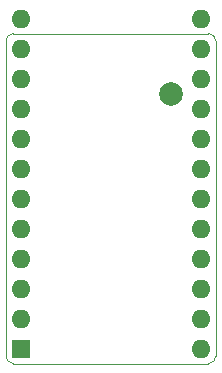
<source format=gbr>
%TF.GenerationSoftware,KiCad,Pcbnew,5.1.5+dfsg1-2~bpo10+1*%
%TF.CreationDate,Date%
%TF.ProjectId,ProMicro_LIPO,50726f4d-6963-4726-9f5f-4c49504f2e6b,v1.6*%
%TF.SameCoordinates,Original*%
%TF.FileFunction,Soldermask,Bot*%
%TF.FilePolarity,Negative*%
%FSLAX45Y45*%
G04 Gerber Fmt 4.5, Leading zero omitted, Abs format (unit mm)*
G04 Created by KiCad*
%MOMM*%
%LPD*%
G04 APERTURE LIST*
%ADD10C,0.100000*%
%ADD11O,1.600000X1.600000*%
%ADD12R,1.600000X1.600000*%
%ADD13C,2.000000*%
G04 APERTURE END LIST*
D10*
X-127000Y-63500D02*
X-127000Y2603500D01*
X1651000Y2603500D02*
X1651000Y-63500D01*
X1651000Y-63500D02*
G75*
G02X1587500Y-127000I-63500J0D01*
G01*
X-63500Y-127000D02*
G75*
G02X-127000Y-63500I0J63500D01*
G01*
X-127000Y2603500D02*
G75*
G02X-63500Y2667000I63500J0D01*
G01*
X1587500Y2667000D02*
G75*
G02X1651000Y2603500I0J-63500D01*
G01*
X1587500Y2667000D02*
X-63500Y2667000D01*
X-63500Y-127000D02*
X1587500Y-127000D01*
D11*
X1524000Y0D03*
X1524000Y254000D03*
X1524000Y508000D03*
X0Y2794000D03*
X1524000Y762000D03*
X0Y2540000D03*
X1524000Y1016000D03*
X0Y2286000D03*
X1524000Y1270000D03*
X0Y2032000D03*
X1524000Y1524000D03*
X0Y1778000D03*
X1524000Y1778000D03*
X0Y1524000D03*
X1524000Y2032000D03*
X0Y1270000D03*
X1524000Y2286000D03*
X0Y1016000D03*
X1524000Y2540000D03*
X0Y762000D03*
X1524000Y2794000D03*
X0Y508000D03*
X0Y254000D03*
D12*
X0Y0D03*
D13*
X1270000Y2159000D03*
M02*

</source>
